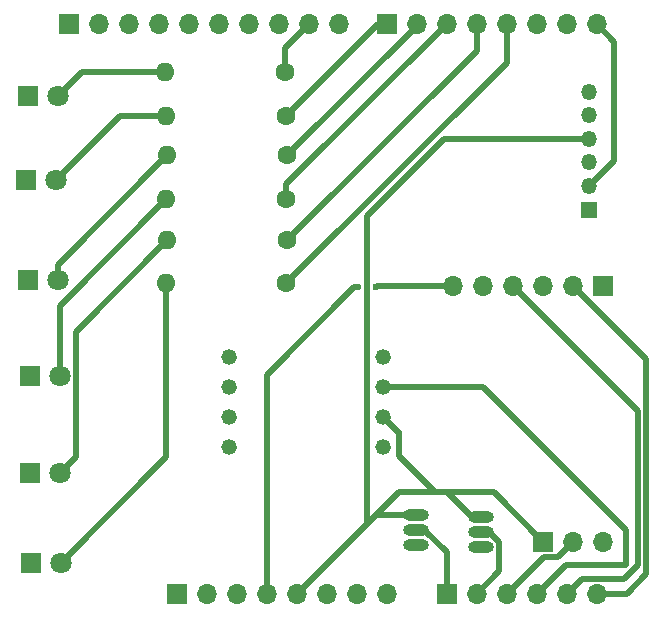
<source format=gbr>
%TF.GenerationSoftware,KiCad,Pcbnew,8.0.8*%
%TF.CreationDate,2025-03-14T01:28:21-06:00*%
%TF.ProjectId,WeatherBalloon,57656174-6865-4724-9261-6c6c6f6f6e2e,rev?*%
%TF.SameCoordinates,Original*%
%TF.FileFunction,Copper,L1,Top*%
%TF.FilePolarity,Positive*%
%FSLAX46Y46*%
G04 Gerber Fmt 4.6, Leading zero omitted, Abs format (unit mm)*
G04 Created by KiCad (PCBNEW 8.0.8) date 2025-03-14 01:28:21*
%MOMM*%
%LPD*%
G01*
G04 APERTURE LIST*
%TA.AperFunction,ComponentPad*%
%ADD10C,1.321000*%
%TD*%
%TA.AperFunction,ComponentPad*%
%ADD11R,1.700000X1.700000*%
%TD*%
%TA.AperFunction,ComponentPad*%
%ADD12O,1.700000X1.700000*%
%TD*%
%TA.AperFunction,ComponentPad*%
%ADD13R,1.350000X1.350000*%
%TD*%
%TA.AperFunction,ComponentPad*%
%ADD14O,1.350000X1.350000*%
%TD*%
%TA.AperFunction,ComponentPad*%
%ADD15R,1.800000X1.800000*%
%TD*%
%TA.AperFunction,ComponentPad*%
%ADD16C,1.800000*%
%TD*%
%TA.AperFunction,ComponentPad*%
%ADD17C,1.600000*%
%TD*%
%TA.AperFunction,ComponentPad*%
%ADD18O,1.600000X1.600000*%
%TD*%
%TA.AperFunction,ComponentPad*%
%ADD19O,2.200000X1.000000*%
%TD*%
%TA.AperFunction,ViaPad*%
%ADD20C,0.600000*%
%TD*%
%TA.AperFunction,Conductor*%
%ADD21C,0.500000*%
%TD*%
G04 APERTURE END LIST*
D10*
%TO.P,J8,1,Pin_1*%
%TO.N,unconnected-(J8-Pin_1-Pad1)*%
X145420500Y-84990000D03*
%TO.P,J8,2,Pin_2*%
%TO.N,+5V*%
X145420500Y-82450000D03*
%TO.P,J8,3,Pin_3*%
%TO.N,/PRESSURE_OUTPUT*%
X145420500Y-79910000D03*
%TO.P,J8,4,Pin_4*%
%TO.N,GND*%
X145420500Y-77370000D03*
%TO.P,J8,5,Pin_5*%
%TO.N,unconnected-(J8-Pin_5-Pad5)*%
X132340500Y-77370000D03*
%TO.P,J8,6,Pin_6*%
%TO.N,unconnected-(J8-Pin_6-Pad6)*%
X132340500Y-79910000D03*
%TO.P,J8,7,Pin_7*%
%TO.N,unconnected-(J8-Pin_7-Pad7)*%
X132340500Y-82450000D03*
%TO.P,J8,8,Pin_8*%
%TO.N,unconnected-(J8-Pin_8-Pad8)*%
X132340500Y-84990000D03*
%TD*%
D11*
%TO.P,J1,1,Pin_1*%
%TO.N,unconnected-(J1-Pin_1-Pad1)*%
X127940000Y-97460000D03*
D12*
%TO.P,J1,2,Pin_2*%
%TO.N,/IOREF*%
X130480000Y-97460000D03*
%TO.P,J1,3,Pin_3*%
%TO.N,/~{RESET}*%
X133020000Y-97460000D03*
%TO.P,J1,4,Pin_4*%
%TO.N,+3V3*%
X135560000Y-97460000D03*
%TO.P,J1,5,Pin_5*%
%TO.N,+5V*%
X138100000Y-97460000D03*
%TO.P,J1,6,Pin_6*%
%TO.N,GND*%
X140640000Y-97460000D03*
%TO.P,J1,7,Pin_7*%
X143180000Y-97460000D03*
%TO.P,J1,8,Pin_8*%
%TO.N,VCC*%
X145720000Y-97460000D03*
%TD*%
D11*
%TO.P,J3,1,Pin_1*%
%TO.N,/INTERNAL_TEMP*%
X150800000Y-97460000D03*
D12*
%TO.P,J3,2,Pin_2*%
%TO.N,/EXTERNAL_TEMP*%
X153340000Y-97460000D03*
%TO.P,J3,3,Pin_3*%
%TO.N,/HUMIDITY_OUTPUT*%
X155880000Y-97460000D03*
%TO.P,J3,4,Pin_4*%
%TO.N,/PRESSURE_OUTPUT*%
X158420000Y-97460000D03*
%TO.P,J3,5,Pin_5*%
%TO.N,/ACCELX*%
X160960000Y-97460000D03*
%TO.P,J3,6,Pin_6*%
%TO.N,/ACCELZ*%
X163500000Y-97460000D03*
%TD*%
D11*
%TO.P,J2,1,Pin_1*%
%TO.N,/SCL{slash}A5*%
X118796000Y-49200000D03*
D12*
%TO.P,J2,2,Pin_2*%
%TO.N,/SDA{slash}A4*%
X121336000Y-49200000D03*
%TO.P,J2,3,Pin_3*%
%TO.N,/AREF*%
X123876000Y-49200000D03*
%TO.P,J2,4,Pin_4*%
%TO.N,GND*%
X126416000Y-49200000D03*
%TO.P,J2,5,Pin_5*%
%TO.N,/13*%
X128956000Y-49200000D03*
%TO.P,J2,6,Pin_6*%
%TO.N,/12*%
X131496000Y-49200000D03*
%TO.P,J2,7,Pin_7*%
%TO.N,/\u002A11*%
X134036000Y-49200000D03*
%TO.P,J2,8,Pin_8*%
%TO.N,/\u002A10*%
X136576000Y-49200000D03*
%TO.P,J2,9,Pin_9*%
%TO.N,/ACCELS_LED*%
X139116000Y-49200000D03*
%TO.P,J2,10,Pin_10*%
%TO.N,/8*%
X141656000Y-49200000D03*
%TD*%
D11*
%TO.P,J4,1,Pin_1*%
%TO.N,/PRESSURE_LED*%
X145720000Y-49200000D03*
D12*
%TO.P,J4,2,Pin_2*%
%TO.N,/HUMIDITY_LED*%
X148260000Y-49200000D03*
%TO.P,J4,3,Pin_3*%
%TO.N,/EXTERNAL_TEMP_LED*%
X150800000Y-49200000D03*
%TO.P,J4,4,Pin_4*%
%TO.N,/INTERNAL_TEMP_LED*%
X153340000Y-49200000D03*
%TO.P,J4,5,Pin_5*%
%TO.N,/ON_LED*%
X155880000Y-49200000D03*
%TO.P,J4,6,Pin_6*%
%TO.N,/2*%
X158420000Y-49200000D03*
%TO.P,J4,7,Pin_7*%
%TO.N,/TX{slash}1*%
X160960000Y-49200000D03*
%TO.P,J4,8,Pin_8*%
%TO.N,/RXI*%
X163500000Y-49200000D03*
%TD*%
D11*
%TO.P,J9,1,Pin_1*%
%TO.N,/SELF_TEST*%
X164040000Y-71360000D03*
D12*
%TO.P,J9,2,Pin_2*%
%TO.N,/ACCELZ*%
X161500000Y-71360000D03*
%TO.P,J9,3,Pin_3*%
%TO.N,/ACCELY*%
X158960000Y-71360000D03*
%TO.P,J9,4,Pin_4*%
%TO.N,/ACCELX*%
X156420000Y-71360000D03*
%TO.P,J9,5,Pin_5*%
%TO.N,GND*%
X153880000Y-71360000D03*
%TO.P,J9,6,Pin_6*%
%TO.N,+3V3*%
X151340000Y-71360000D03*
%TD*%
D13*
%TO.P,J10,1,Pin_1*%
%TO.N,unconnected-(J10-Pin_1-Pad1)*%
X162870000Y-64900000D03*
D14*
%TO.P,J10,2,Pin_2*%
%TO.N,/RXI*%
X162870000Y-62900000D03*
%TO.P,J10,3,Pin_3*%
%TO.N,/TXO*%
X162870000Y-60900000D03*
%TO.P,J10,4,Pin_4*%
%TO.N,+5V*%
X162870000Y-58900000D03*
%TO.P,J10,5,Pin_5*%
%TO.N,GND*%
X162870000Y-56900000D03*
%TO.P,J10,6,Pin_6*%
%TO.N,unconnected-(J10-Pin_6-Pad6)*%
X162870000Y-54900000D03*
%TD*%
D15*
%TO.P,D6,1,K*%
%TO.N,GND*%
X115355000Y-55290000D03*
D16*
%TO.P,D6,2,A*%
%TO.N,Net-(D6-A)*%
X117895000Y-55290000D03*
%TD*%
D17*
%TO.P,R1,1*%
%TO.N,/ON_LED*%
X137230000Y-71140000D03*
D18*
%TO.P,R1,2*%
%TO.N,Net-(D1-A)*%
X127070000Y-71140000D03*
%TD*%
D15*
%TO.P,D1,1,K*%
%TO.N,GND*%
X115625000Y-94790000D03*
D16*
%TO.P,D1,2,A*%
%TO.N,Net-(D1-A)*%
X118165000Y-94790000D03*
%TD*%
D17*
%TO.P,R6,1*%
%TO.N,/ACCELS_LED*%
X137100000Y-53230000D03*
D18*
%TO.P,R6,2*%
%TO.N,Net-(D6-A)*%
X126940000Y-53230000D03*
%TD*%
%TO.P,R4,2*%
%TO.N,Net-(D4-A)*%
X127150000Y-60300000D03*
D17*
%TO.P,R4,1*%
%TO.N,/HUMIDITY_LED*%
X137310000Y-60300000D03*
%TD*%
D15*
%TO.P,D2,1,K*%
%TO.N,GND*%
X115545000Y-87180000D03*
D16*
%TO.P,D2,2,A*%
%TO.N,Net-(D2-A)*%
X118085000Y-87180000D03*
%TD*%
D17*
%TO.P,R3,1*%
%TO.N,/EXTERNAL_TEMP_LED*%
X137230000Y-64020000D03*
D18*
%TO.P,R3,2*%
%TO.N,Net-(D3-A)*%
X127070000Y-64020000D03*
%TD*%
D19*
%TO.P,J6,1,Pin_1*%
%TO.N,+5V*%
X153720000Y-90930000D03*
%TO.P,J6,2,Pin_2*%
%TO.N,/EXTERNAL_TEMP*%
X153720000Y-92200000D03*
%TO.P,J6,3,Pin_3*%
%TO.N,GND*%
X153720000Y-93470000D03*
%TD*%
%TO.P,J5,1,Pin_1*%
%TO.N,+5V*%
X148220000Y-90730000D03*
%TO.P,J5,2,Pin_2*%
%TO.N,/INTERNAL_TEMP*%
X148220000Y-92000000D03*
%TO.P,J5,3,Pin_3*%
%TO.N,GND*%
X148220000Y-93270000D03*
%TD*%
D16*
%TO.P,D4,2,A*%
%TO.N,Net-(D4-A)*%
X117895000Y-70880000D03*
D15*
%TO.P,D4,1,K*%
%TO.N,GND*%
X115355000Y-70880000D03*
%TD*%
D18*
%TO.P,R2,2*%
%TO.N,Net-(D2-A)*%
X127150000Y-67500000D03*
D17*
%TO.P,R2,1*%
%TO.N,/INTERNAL_TEMP_LED*%
X137310000Y-67500000D03*
%TD*%
D11*
%TO.P,J7,1,Pin_1*%
%TO.N,+5V*%
X159000000Y-93000000D03*
D12*
%TO.P,J7,2,Pin_2*%
%TO.N,/HUMIDITY_OUTPUT*%
X161540000Y-93000000D03*
%TO.P,J7,3,Pin_3*%
%TO.N,GND*%
X164080000Y-93000000D03*
%TD*%
D17*
%TO.P,R5,1*%
%TO.N,/PRESSURE_LED*%
X137230000Y-56980000D03*
D18*
%TO.P,R5,2*%
%TO.N,Net-(D5-A)*%
X127070000Y-56980000D03*
%TD*%
D15*
%TO.P,D5,1,K*%
%TO.N,GND*%
X115225000Y-62350000D03*
D16*
%TO.P,D5,2,A*%
%TO.N,Net-(D5-A)*%
X117765000Y-62350000D03*
%TD*%
%TO.P,D3,2,A*%
%TO.N,Net-(D3-A)*%
X118035000Y-79010000D03*
D15*
%TO.P,D3,1,K*%
%TO.N,GND*%
X115495000Y-79010000D03*
%TD*%
D20*
%TO.N,+3V3*%
X144810000Y-71470000D03*
X143280000Y-71470000D03*
%TD*%
D21*
%TO.N,+3V3*%
X143280000Y-71470000D02*
X142960000Y-71470000D01*
X142960000Y-71470000D02*
X135560000Y-78870000D01*
X135560000Y-78870000D02*
X135560000Y-97460000D01*
X144810000Y-71470000D02*
X144920000Y-71360000D01*
X144920000Y-71360000D02*
X151340000Y-71360000D01*
%TO.N,/ACCELS_LED*%
X137100000Y-53230000D02*
X137100000Y-51216000D01*
X137100000Y-51216000D02*
X139116000Y-49200000D01*
%TO.N,/PRESSURE_OUTPUT*%
X158420000Y-97460000D02*
X160880000Y-95000000D01*
X160880000Y-95000000D02*
X166000000Y-95000000D01*
X166000000Y-95000000D02*
X166000000Y-92000000D01*
X166000000Y-92000000D02*
X153910000Y-79910000D01*
X153910000Y-79910000D02*
X145420500Y-79910000D01*
%TO.N,+5V*%
X146750000Y-83750000D02*
X146720500Y-83750000D01*
X146720500Y-83750000D02*
X145420500Y-82450000D01*
%TO.N,Net-(D2-A)*%
X118085000Y-87180000D02*
X119385000Y-85880000D01*
X119385000Y-85880000D02*
X119385000Y-75265000D01*
X119385000Y-75265000D02*
X127150000Y-67500000D01*
%TO.N,Net-(D1-A)*%
X118165000Y-94790000D02*
X127070000Y-85885000D01*
X127070000Y-85885000D02*
X127070000Y-71140000D01*
%TO.N,Net-(D3-A)*%
X118035000Y-79010000D02*
X118035000Y-73055000D01*
X118035000Y-73055000D02*
X127070000Y-64020000D01*
%TO.N,Net-(D4-A)*%
X117895000Y-70880000D02*
X117895000Y-69555000D01*
X117895000Y-69555000D02*
X127150000Y-60300000D01*
%TO.N,Net-(D5-A)*%
X117765000Y-62350000D02*
X123135000Y-56980000D01*
X123135000Y-56980000D02*
X127070000Y-56980000D01*
%TO.N,Net-(D6-A)*%
X117895000Y-55290000D02*
X119955000Y-53230000D01*
X119955000Y-53230000D02*
X126940000Y-53230000D01*
%TO.N,/ACCELZ*%
X167700000Y-77560000D02*
X161500000Y-71360000D01*
%TO.N,+5V*%
X146750000Y-88810000D02*
X149820000Y-88810000D01*
X146750000Y-85740000D02*
X149820000Y-88810000D01*
X149820000Y-88810000D02*
X150810000Y-88810000D01*
X146750000Y-83750000D02*
X146750000Y-85740000D01*
X154810000Y-88810000D02*
X159000000Y-93000000D01*
X144030000Y-91530000D02*
X144030000Y-65470000D01*
X144830000Y-90730000D02*
X148220000Y-90730000D01*
X138100000Y-97460000D02*
X143780000Y-91780000D01*
X144030000Y-65470000D02*
X150600000Y-58900000D01*
X150810000Y-88810000D02*
X154810000Y-88810000D01*
X143780000Y-91780000D02*
X144830000Y-90730000D01*
X150600000Y-58900000D02*
X162870000Y-58900000D01*
X144830000Y-90730000D02*
X146750000Y-88810000D01*
X150810000Y-88810000D02*
X152930000Y-90930000D01*
X143780000Y-91780000D02*
X144030000Y-91530000D01*
%TO.N,/EXTERNAL_TEMP*%
X155270000Y-93055786D02*
X155270000Y-95530000D01*
X155270000Y-95530000D02*
X153340000Y-97460000D01*
X154414214Y-92200000D02*
X155270000Y-93055786D01*
%TO.N,/HUMIDITY_OUTPUT*%
X159040000Y-94300000D02*
X155880000Y-97460000D01*
X160240000Y-94300000D02*
X159040000Y-94300000D01*
X161540000Y-93000000D02*
X160240000Y-94300000D01*
%TO.N,/INTERNAL_TEMP*%
X150800000Y-93885786D02*
X150800000Y-97460000D01*
X148914214Y-92000000D02*
X150800000Y-93885786D01*
%TO.N,/ACCELZ*%
X167700000Y-95789950D02*
X167700000Y-77560000D01*
X166029950Y-97460000D02*
X167700000Y-95789950D01*
X163500000Y-97460000D02*
X166029950Y-97460000D01*
%TO.N,/ACCELX*%
X167000000Y-81940000D02*
X156420000Y-71360000D01*
X160960000Y-97460000D02*
X162260000Y-96160000D01*
X167000000Y-94989949D02*
X167000000Y-81940000D01*
X162260000Y-96160000D02*
X165829949Y-96160000D01*
X165829949Y-96160000D02*
X167000000Y-94989949D01*
%TO.N,/PRESSURE_LED*%
X145010000Y-49200000D02*
X145720000Y-49200000D01*
X137230000Y-56980000D02*
X145010000Y-49200000D01*
%TO.N,/ON_LED*%
X137230000Y-71140000D02*
X155880000Y-52490000D01*
X155880000Y-52490000D02*
X155880000Y-49200000D01*
%TO.N,/HUMIDITY_LED*%
X137310000Y-60300000D02*
X148260000Y-49350000D01*
%TO.N,/INTERNAL_TEMP_LED*%
X137310000Y-67500000D02*
X153340000Y-51470000D01*
X153340000Y-51470000D02*
X153340000Y-49200000D01*
%TO.N,/EXTERNAL_TEMP_LED*%
X137230000Y-64020000D02*
X137230000Y-62770000D01*
X137230000Y-62770000D02*
X150800000Y-49200000D01*
%TO.N,/RXI*%
X165000000Y-50700000D02*
X163500000Y-49200000D01*
X162870000Y-62900000D02*
X165000000Y-60770000D01*
X165000000Y-60770000D02*
X165000000Y-50700000D01*
%TD*%
M02*

</source>
